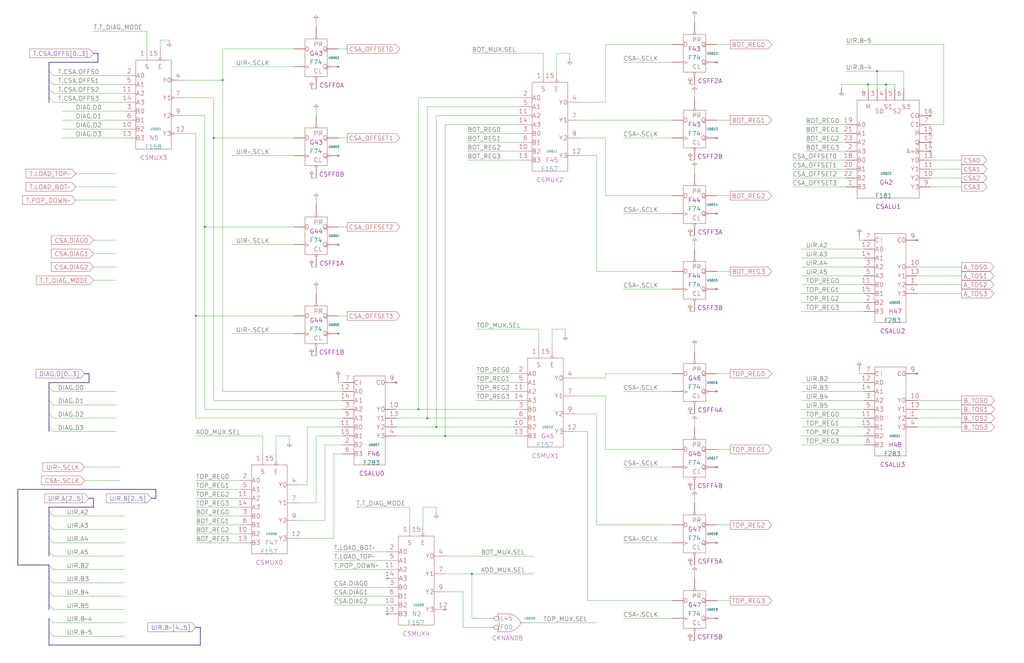
<source format=kicad_sch>
(kicad_sch (version 20211123) (generator eeschema)
  (paper "User" 584.2 378.46)
  (title_block (title "REGISTER FILE CONTROL\\nCSA ADRESS GENERATION") (date "15-MAR-90") (rev "1.0") (comment 1 "TYPE") (comment 2 "232-003062") (comment 3 "S400") (comment 4 "RELEASED"))
  (junction (at 500.38 40.64))
  (junction (at 254 248.92))
  (junction (at 248.92 243.84))
  (junction (at 111.76 180.34))
  (junction (at 495.3 48.26))
  (junction (at 116.84 129.54))
  (junction (at 238.76 233.68))
  (junction (at 243.84 238.76))
  (junction (at 127 45.72))
  (junction (at 121.92 78.74))
  (junction (at 269.24 327.66))
  (junction (at 505.46 48.26))
  (no_connect (at 523.24 137.16))
  (no_connect (at 523.24 213.36))
  (no_connect (at 408.94 35.56))
  (no_connect (at 408.94 78.74))
  (no_connect (at 408.94 121.92))
  (no_connect (at 408.94 165.1))
  (no_connect (at 408.94 223.52))
  (no_connect (at 408.94 266.7))
  (no_connect (at 408.94 309.88))
  (no_connect (at 408.94 353.06))
  (no_connect (at 220.98 330.2))
  (no_connect (at 220.98 350.52))
  (no_connect (at 254 347.98))
  (no_connect (at 530.86 66.04))
  (no_connect (at 530.86 76.2))
  (no_connect (at 530.86 81.28))
  (no_connect (at 530.86 86.36))
  (no_connect (at 193.04 38.1))
  (no_connect (at 193.04 88.9))
  (no_connect (at 193.04 139.7))
  (no_connect (at 193.04 190.5))
  (no_connect (at 226.06 218.44))
  (bus_entry (at 27.94 50.8) (size 2.54 2.54))
  (bus_entry (at 27.94 307.34) (size 2.54 2.54))
  (bus_entry (at 27.94 45.72) (size 2.54 2.54))
  (bus_entry (at 27.94 220.98) (size 2.54 2.54))
  (bus_entry (at 27.94 228.6) (size 2.54 2.54))
  (bus_entry (at 27.94 236.22) (size 2.54 2.54))
  (bus_entry (at 27.94 243.84) (size 2.54 2.54))
  (bus_entry (at 27.94 55.88) (size 2.54 2.54))
  (bus_entry (at 27.94 40.64) (size 2.54 2.54))
  (bus_entry (at 27.94 330.2) (size 2.54 2.54))
  (bus_entry (at 27.94 292.1) (size 2.54 2.54))
  (bus_entry (at 27.94 322.58) (size 2.54 2.54))
  (bus_entry (at 27.94 314.96) (size 2.54 2.54))
  (bus_entry (at 27.94 353.06) (size 2.54 2.54))
  (bus_entry (at 27.94 360.68) (size 2.54 2.54))
  (bus_entry (at 27.94 345.44) (size 2.54 2.54))
  (bus_entry (at 27.94 299.72) (size 2.54 2.54))
  (bus_entry (at 27.94 337.82) (size 2.54 2.54))
  (wire (pts (xy 121.92 78.74) (xy 167.64 78.74)))
  (wire (pts (xy 30.48 317.5) (xy 71.12 317.5)))
  (wire (pts (xy 104.14 55.88) (xy 121.92 55.88)))
  (wire (pts (xy 121.92 55.88) (xy 121.92 78.74)))
  (wire (pts (xy 132.08 190.5) (xy 167.64 190.5)))
  (wire (pts (xy 330.2 68.58) (xy 383.54 68.58)))
  (wire (pts (xy 345.44 25.4) (xy 345.44 58.42)))
  (wire (pts (xy 345.44 58.42) (xy 330.2 58.42)))
  (wire (pts (xy 383.54 25.4) (xy 345.44 25.4)))
  (wire (pts (xy 457.2 228.6) (xy 492.76 228.6)))
  (wire (pts (xy 30.48 363.22) (xy 71.12 363.22)))
  (wire (pts (xy 355.6 35.56) (xy 383.54 35.56)))
  (wire (pts (xy 355.6 353.06) (xy 383.54 353.06)))
  (wire (pts (xy 530.86 101.6) (xy 548.64 101.6)))
  (wire (pts (xy 457.2 238.76) (xy 492.76 238.76)))
  (wire (pts (xy 500.38 40.64) (xy 500.38 50.8)))
  (wire (pts (xy 226.06 238.76) (xy 243.84 238.76)))
  (wire (pts (xy 243.84 238.76) (xy 294.64 238.76)))
  (wire (pts (xy 30.48 53.34) (xy 71.12 53.34)))
  (wire (pts (xy 490.22 210.82) (xy 490.22 213.36)))
  (wire (pts (xy 490.22 213.36) (xy 492.76 213.36)))
  (bus (pts (xy 27.94 307.34) (xy 27.94 314.96)))
  (bus (pts (xy 27.94 228.6) (xy 27.94 236.22)))
  (wire (pts (xy 30.48 355.6) (xy 71.12 355.6)))
  (wire (pts (xy 193.04 218.44) (xy 193.04 215.9)))
  (wire (pts (xy 195.58 218.44) (xy 193.04 218.44)))
  (wire (pts (xy 523.24 162.56) (xy 548.64 162.56)))
  (wire (pts (xy 48.26 266.7) (xy 68.58 266.7)))
  (wire (pts (xy 180.34 63.5) (xy 180.34 66.04)))
  (wire (pts (xy 83.82 17.78) (xy 53.34 17.78)))
  (wire (pts (xy 83.82 27.94) (xy 83.82 17.78)))
  (wire (pts (xy 91.44 22.86) (xy 96.52 22.86)))
  (wire (pts (xy 91.44 27.94) (xy 91.44 22.86)))
  (wire (pts (xy 530.86 91.44) (xy 548.64 91.44)))
  (wire (pts (xy 35.56 68.58) (xy 71.12 68.58)))
  (wire (pts (xy 248.92 66.04) (xy 248.92 243.84)))
  (wire (pts (xy 297.18 66.04) (xy 248.92 66.04)))
  (wire (pts (xy 457.2 233.68) (xy 492.76 233.68)))
  (wire (pts (xy 396.24 198.12) (xy 396.24 200.66)))
  (wire (pts (xy 48.26 274.32) (xy 68.58 274.32)))
  (wire (pts (xy 408.94 68.58) (xy 416.56 68.58)))
  (wire (pts (xy 30.48 43.18) (xy 71.12 43.18)))
  (wire (pts (xy 190.5 345.44) (xy 220.98 345.44)))
  (wire (pts (xy 175.26 243.84) (xy 175.26 276.86)))
  (wire (pts (xy 175.26 276.86) (xy 170.18 276.86)))
  (wire (pts (xy 195.58 243.84) (xy 175.26 243.84)))
  (wire (pts (xy 190.5 314.96) (xy 220.98 314.96)))
  (wire (pts (xy 459.74 81.28) (xy 482.6 81.28)))
  (wire (pts (xy 177.8 203.2) (xy 180.34 203.2)))
  (wire (pts (xy 396.24 241.3) (xy 396.24 243.84)))
  (wire (pts (xy 480.06 48.26) (xy 495.3 48.26)))
  (wire (pts (xy 480.06 50.8) (xy 480.06 48.26)))
  (wire (pts (xy 495.3 48.26) (xy 505.46 48.26)))
  (wire (pts (xy 505.46 48.26) (xy 510.54 48.26)))
  (wire (pts (xy 510.54 48.26) (xy 510.54 50.8)))
  (wire (pts (xy 53.34 152.4) (xy 66.04 152.4)))
  (bus (pts (xy 27.94 55.88) (xy 27.94 58.42)))
  (wire (pts (xy 243.84 60.96) (xy 297.18 60.96)))
  (wire (pts (xy 243.84 238.76) (xy 243.84 60.96)))
  (wire (pts (xy 457.2 152.4) (xy 492.76 152.4)))
  (wire (pts (xy 523.24 152.4) (xy 548.64 152.4)))
  (wire (pts (xy 482.6 25.4) (xy 538.48 25.4)))
  (wire (pts (xy 538.48 25.4) (xy 538.48 71.12)))
  (wire (pts (xy 538.48 71.12) (xy 530.86 71.12)))
  (wire (pts (xy 523.24 238.76) (xy 548.64 238.76)))
  (wire (pts (xy 111.76 309.88) (xy 137.16 309.88)))
  (bus (pts (xy 27.94 243.84) (xy 27.94 246.38)))
  (wire (pts (xy 190.5 340.36) (xy 220.98 340.36)))
  (wire (pts (xy 530.86 106.68) (xy 548.64 106.68)))
  (wire (pts (xy 30.48 48.26) (xy 71.12 48.26)))
  (bus (pts (xy 27.94 330.2) (xy 27.94 337.82)))
  (wire (pts (xy 111.76 274.32) (xy 137.16 274.32)))
  (bus (pts (xy 27.94 337.82) (xy 27.94 345.44)))
  (wire (pts (xy 314.96 187.96) (xy 322.58 187.96)))
  (wire (pts (xy 254 327.66) (xy 269.24 327.66)))
  (wire (pts (xy 269.24 327.66) (xy 304.8 327.66)))
  (bus (pts (xy 10.16 279.4) (xy 10.16 322.58)))
  (bus (pts (xy 10.16 322.58) (xy 27.94 322.58)))
  (bus (pts (xy 27.94 322.58) (xy 27.94 330.2)))
  (bus (pts (xy 86.36 284.48) (xy 88.9 284.48)))
  (bus (pts (xy 88.9 279.4) (xy 10.16 279.4)))
  (bus (pts (xy 88.9 284.48) (xy 88.9 279.4)))
  (wire (pts (xy 396.24 327.66) (xy 396.24 330.2)))
  (wire (pts (xy 35.56 78.74) (xy 71.12 78.74)))
  (wire (pts (xy 459.74 71.12) (xy 482.6 71.12)))
  (wire (pts (xy 30.48 332.74) (xy 71.12 332.74)))
  (wire (pts (xy 266.7 81.28) (xy 297.18 81.28)))
  (wire (pts (xy 127 223.52) (xy 127 45.72)))
  (wire (pts (xy 195.58 223.52) (xy 127 223.52)))
  (wire (pts (xy 271.78 228.6) (xy 294.64 228.6)))
  (wire (pts (xy 393.7 134.62) (xy 396.24 134.62)))
  (wire (pts (xy 340.36 236.22) (xy 327.66 236.22)))
  (wire (pts (xy 340.36 299.72) (xy 340.36 236.22)))
  (wire (pts (xy 383.54 299.72) (xy 340.36 299.72)))
  (wire (pts (xy 264.16 337.82) (xy 254 337.82)))
  (wire (pts (xy 264.16 358.14) (xy 264.16 337.82)))
  (wire (pts (xy 279.4 358.14) (xy 264.16 358.14)))
  (wire (pts (xy 177.8 101.6) (xy 180.34 101.6)))
  (wire (pts (xy 408.94 111.76) (xy 416.56 111.76)))
  (wire (pts (xy 43.18 114.3) (xy 66.04 114.3)))
  (wire (pts (xy 396.24 284.48) (xy 396.24 287.02)))
  (wire (pts (xy 30.48 246.38) (xy 66.04 246.38)))
  (wire (pts (xy 408.94 154.94) (xy 416.56 154.94)))
  (wire (pts (xy 193.04 78.74) (xy 198.12 78.74)))
  (wire (pts (xy 457.2 243.84) (xy 492.76 243.84)))
  (wire (pts (xy 132.08 38.1) (xy 167.64 38.1)))
  (wire (pts (xy 459.74 76.2) (xy 482.6 76.2)))
  (wire (pts (xy 35.56 63.5) (xy 71.12 63.5)))
  (wire (pts (xy 302.26 355.6) (xy 340.36 355.6)))
  (wire (pts (xy 317.5 40.64) (xy 317.5 30.48)))
  (wire (pts (xy 30.48 309.88) (xy 71.12 309.88)))
  (wire (pts (xy 254 317.5) (xy 304.8 317.5)))
  (wire (pts (xy 111.76 279.4) (xy 137.16 279.4)))
  (wire (pts (xy 180.34 114.3) (xy 180.34 116.84)))
  (bus (pts (xy 27.94 236.22) (xy 27.94 243.84)))
  (wire (pts (xy 523.24 228.6) (xy 548.64 228.6)))
  (wire (pts (xy 396.24 139.7) (xy 396.24 142.24)))
  (bus (pts (xy 27.94 35.56) (xy 27.94 40.64)))
  (bus (pts (xy 53.34 30.48) (xy 55.88 30.48)))
  (bus (pts (xy 55.88 30.48) (xy 55.88 35.56)))
  (bus (pts (xy 55.88 35.56) (xy 27.94 35.56)))
  (wire (pts (xy 43.18 106.68) (xy 66.04 106.68)))
  (wire (pts (xy 266.7 86.36) (xy 297.18 86.36)))
  (wire (pts (xy 457.2 157.48) (xy 492.76 157.48)))
  (wire (pts (xy 190.5 335.28) (xy 220.98 335.28)))
  (wire (pts (xy 104.14 76.2) (xy 111.76 76.2)))
  (wire (pts (xy 111.76 76.2) (xy 111.76 180.34)))
  (wire (pts (xy 111.76 238.76) (xy 111.76 180.34)))
  (wire (pts (xy 195.58 238.76) (xy 111.76 238.76)))
  (wire (pts (xy 355.6 121.92) (xy 383.54 121.92)))
  (wire (pts (xy 104.14 66.04) (xy 116.84 66.04)))
  (wire (pts (xy 116.84 66.04) (xy 116.84 129.54)))
  (wire (pts (xy 30.48 231.14) (xy 66.04 231.14)))
  (wire (pts (xy 190.5 320.04) (xy 220.98 320.04)))
  (wire (pts (xy 355.6 223.52) (xy 383.54 223.52)))
  (wire (pts (xy 452.12 91.44) (xy 482.6 91.44)))
  (wire (pts (xy 393.7 236.22) (xy 396.24 236.22)))
  (wire (pts (xy 121.92 228.6) (xy 121.92 78.74)))
  (wire (pts (xy 195.58 228.6) (xy 121.92 228.6)))
  (wire (pts (xy 408.94 342.9) (xy 416.56 342.9)))
  (wire (pts (xy 459.74 86.36) (xy 482.6 86.36)))
  (wire (pts (xy 104.14 45.72) (xy 127 45.72)))
  (wire (pts (xy 127 45.72) (xy 127 27.94)))
  (wire (pts (xy 269.24 30.48) (xy 309.88 30.48)))
  (wire (pts (xy 309.88 30.48) (xy 309.88 40.64)))
  (wire (pts (xy 177.8 50.8) (xy 180.34 50.8)))
  (wire (pts (xy 30.48 238.76) (xy 66.04 238.76)))
  (wire (pts (xy 111.76 180.34) (xy 167.64 180.34)))
  (wire (pts (xy 111.76 299.72) (xy 137.16 299.72)))
  (wire (pts (xy 396.24 96.52) (xy 396.24 99.06)))
  (wire (pts (xy 495.3 48.26) (xy 495.3 50.8)))
  (wire (pts (xy 345.44 213.36) (xy 345.44 215.9)))
  (wire (pts (xy 345.44 215.9) (xy 327.66 215.9)))
  (wire (pts (xy 383.54 213.36) (xy 345.44 213.36)))
  (wire (pts (xy 111.76 304.8) (xy 137.16 304.8)))
  (wire (pts (xy 314.96 198.12) (xy 314.96 187.96)))
  (wire (pts (xy 271.78 218.44) (xy 294.64 218.44)))
  (wire (pts (xy 132.08 88.9) (xy 167.64 88.9)))
  (bus (pts (xy 27.94 40.64) (xy 27.94 45.72)))
  (wire (pts (xy 226.06 233.68) (xy 238.76 233.68)))
  (wire (pts (xy 238.76 233.68) (xy 294.64 233.68)))
  (wire (pts (xy 132.08 139.7) (xy 167.64 139.7)))
  (wire (pts (xy 185.42 254) (xy 185.42 297.18)))
  (wire (pts (xy 185.42 297.18) (xy 170.18 297.18)))
  (wire (pts (xy 195.58 254) (xy 185.42 254)))
  (wire (pts (xy 393.7 91.44) (xy 396.24 91.44)))
  (wire (pts (xy 116.84 129.54) (xy 167.64 129.54)))
  (bus (pts (xy 27.94 45.72) (xy 27.94 50.8)))
  (wire (pts (xy 190.5 325.12) (xy 220.98 325.12)))
  (wire (pts (xy 457.2 177.8) (xy 492.76 177.8)))
  (wire (pts (xy 53.34 160.02) (xy 66.04 160.02)))
  (wire (pts (xy 35.56 73.66) (xy 71.12 73.66)))
  (wire (pts (xy 30.48 340.36) (xy 71.12 340.36)))
  (wire (pts (xy 111.76 294.64) (xy 137.16 294.64)))
  (wire (pts (xy 266.7 76.2) (xy 297.18 76.2)))
  (bus (pts (xy 27.94 314.96) (xy 27.94 317.5)))
  (wire (pts (xy 322.58 187.96) (xy 322.58 190.5)))
  (wire (pts (xy 396.24 10.16) (xy 396.24 12.7)))
  (wire (pts (xy 269.24 353.06) (xy 269.24 327.66)))
  (wire (pts (xy 279.4 353.06) (xy 269.24 353.06)))
  (bus (pts (xy 27.94 353.06) (xy 27.94 360.68)))
  (bus (pts (xy 111.76 358.14) (xy 114.3 358.14)))
  (bus (pts (xy 114.3 358.14) (xy 114.3 368.3)))
  (bus (pts (xy 114.3 368.3) (xy 27.94 368.3)))
  (wire (pts (xy 457.2 172.72) (xy 492.76 172.72)))
  (wire (pts (xy 193.04 27.94) (xy 198.12 27.94)))
  (wire (pts (xy 226.06 248.92) (xy 254 248.92)))
  (wire (pts (xy 254 248.92) (xy 294.64 248.92)))
  (wire (pts (xy 457.2 167.64) (xy 492.76 167.64)))
  (wire (pts (xy 482.6 40.64) (xy 500.38 40.64)))
  (wire (pts (xy 500.38 40.64) (xy 515.62 40.64)))
  (wire (pts (xy 515.62 40.64) (xy 515.62 50.8)))
  (wire (pts (xy 393.7 322.58) (xy 396.24 322.58)))
  (wire (pts (xy 490.22 134.62) (xy 490.22 137.16)))
  (wire (pts (xy 490.22 137.16) (xy 492.76 137.16)))
  (wire (pts (xy 111.76 284.48) (xy 137.16 284.48)))
  (wire (pts (xy 457.2 147.32) (xy 492.76 147.32)))
  (wire (pts (xy 127 27.94) (xy 167.64 27.94)))
  (wire (pts (xy 355.6 165.1) (xy 383.54 165.1)))
  (wire (pts (xy 271.78 223.52) (xy 294.64 223.52)))
  (wire (pts (xy 355.6 266.7) (xy 383.54 266.7)))
  (wire (pts (xy 452.12 96.52) (xy 482.6 96.52)))
  (wire (pts (xy 340.36 88.9) (xy 330.2 88.9)))
  (wire (pts (xy 340.36 154.94) (xy 340.36 88.9)))
  (wire (pts (xy 383.54 154.94) (xy 340.36 154.94)))
  (wire (pts (xy 408.94 299.72) (xy 416.56 299.72)))
  (wire (pts (xy 116.84 233.68) (xy 116.84 129.54)))
  (wire (pts (xy 195.58 233.68) (xy 116.84 233.68)))
  (bus (pts (xy 27.94 220.98) (xy 27.94 228.6)))
  (wire (pts (xy 111.76 289.56) (xy 137.16 289.56)))
  (bus (pts (xy 27.94 292.1) (xy 27.94 299.72)))
  (wire (pts (xy 238.76 55.88) (xy 238.76 233.68)))
  (wire (pts (xy 297.18 55.88) (xy 238.76 55.88)))
  (wire (pts (xy 53.34 137.16) (xy 66.04 137.16)))
  (wire (pts (xy 396.24 53.34) (xy 396.24 55.88)))
  (wire (pts (xy 330.2 78.74) (xy 345.44 78.74)))
  (wire (pts (xy 345.44 111.76) (xy 345.44 78.74)))
  (wire (pts (xy 383.54 111.76) (xy 345.44 111.76)))
  (bus (pts (xy 27.94 345.44) (xy 27.94 347.98)))
  (wire (pts (xy 241.3 289.56) (xy 248.92 289.56)))
  (wire (pts (xy 241.3 299.72) (xy 241.3 289.56)))
  (wire (pts (xy 248.92 289.56) (xy 248.92 292.1)))
  (wire (pts (xy 271.78 213.36) (xy 294.64 213.36)))
  (wire (pts (xy 523.24 167.64) (xy 548.64 167.64)))
  (wire (pts (xy 505.46 48.26) (xy 505.46 50.8)))
  (wire (pts (xy 393.7 365.76) (xy 396.24 365.76)))
  (wire (pts (xy 457.2 162.56) (xy 492.76 162.56)))
  (wire (pts (xy 393.7 177.8) (xy 396.24 177.8)))
  (wire (pts (xy 335.28 246.38) (xy 327.66 246.38)))
  (wire (pts (xy 335.28 342.9) (xy 335.28 246.38)))
  (wire (pts (xy 383.54 342.9) (xy 335.28 342.9)))
  (wire (pts (xy 325.12 30.48) (xy 325.12 33.02)))
  (wire (pts (xy 30.48 302.26) (xy 71.12 302.26)))
  (wire (pts (xy 355.6 309.88) (xy 383.54 309.88)))
  (wire (pts (xy 193.04 180.34) (xy 198.12 180.34)))
  (wire (pts (xy 457.2 218.44) (xy 492.76 218.44)))
  (wire (pts (xy 30.48 294.64) (xy 71.12 294.64)))
  (wire (pts (xy 254 71.12) (xy 297.18 71.12)))
  (wire (pts (xy 254 248.92) (xy 254 71.12)))
  (wire (pts (xy 457.2 248.92) (xy 492.76 248.92)))
  (wire (pts (xy 523.24 233.68) (xy 548.64 233.68)))
  (wire (pts (xy 457.2 223.52) (xy 492.76 223.52)))
  (bus (pts (xy 27.94 50.8) (xy 27.94 55.88)))
  (bus (pts (xy 27.94 299.72) (xy 27.94 307.34)))
  (wire (pts (xy 149.86 248.92) (xy 111.76 248.92)))
  (wire (pts (xy 149.86 259.08) (xy 149.86 248.92)))
  (wire (pts (xy 452.12 106.68) (xy 482.6 106.68)))
  (wire (pts (xy 523.24 157.48) (xy 548.64 157.48)))
  (wire (pts (xy 43.18 99.06) (xy 66.04 99.06)))
  (wire (pts (xy 180.34 248.92) (xy 180.34 287.02)))
  (wire (pts (xy 180.34 287.02) (xy 170.18 287.02)))
  (wire (pts (xy 195.58 248.92) (xy 180.34 248.92)))
  (wire (pts (xy 355.6 78.74) (xy 383.54 78.74)))
  (wire (pts (xy 408.94 256.54) (xy 416.56 256.54)))
  (wire (pts (xy 226.06 243.84) (xy 248.92 243.84)))
  (wire (pts (xy 248.92 243.84) (xy 294.64 243.84)))
  (wire (pts (xy 180.34 12.7) (xy 180.34 15.24)))
  (wire (pts (xy 452.12 101.6) (xy 482.6 101.6)))
  (wire (pts (xy 30.48 325.12) (xy 71.12 325.12)))
  (wire (pts (xy 408.94 25.4) (xy 416.56 25.4)))
  (wire (pts (xy 30.48 223.52) (xy 66.04 223.52)))
  (wire (pts (xy 177.8 152.4) (xy 180.34 152.4)))
  (wire (pts (xy 530.86 96.52) (xy 548.64 96.52)))
  (wire (pts (xy 193.04 129.54) (xy 198.12 129.54)))
  (wire (pts (xy 190.5 259.08) (xy 190.5 307.34)))
  (wire (pts (xy 190.5 307.34) (xy 170.18 307.34)))
  (wire (pts (xy 195.58 259.08) (xy 190.5 259.08)))
  (wire (pts (xy 53.34 144.78) (xy 66.04 144.78)))
  (wire (pts (xy 30.48 347.98) (xy 71.12 347.98)))
  (bus (pts (xy 27.94 360.68) (xy 27.94 368.3)))
  (bus (pts (xy 27.94 218.44) (xy 27.94 220.98)))
  (bus (pts (xy 48.26 213.36) (xy 50.8 213.36)))
  (bus (pts (xy 50.8 213.36) (xy 50.8 218.44)))
  (bus (pts (xy 50.8 218.44) (xy 27.94 218.44)))
  (wire (pts (xy 345.44 226.06) (xy 327.66 226.06)))
  (wire (pts (xy 345.44 256.54) (xy 345.44 226.06)))
  (wire (pts (xy 383.54 256.54) (xy 345.44 256.54)))
  (wire (pts (xy 457.2 142.24) (xy 492.76 142.24)))
  (wire (pts (xy 408.94 213.36) (xy 416.56 213.36)))
  (wire (pts (xy 393.7 48.26) (xy 396.24 48.26)))
  (wire (pts (xy 523.24 243.84) (xy 548.64 243.84)))
  (wire (pts (xy 457.2 254) (xy 492.76 254)))
  (wire (pts (xy 266.7 91.44) (xy 297.18 91.44)))
  (wire (pts (xy 157.48 248.92) (xy 165.1 248.92)))
  (wire (pts (xy 157.48 259.08) (xy 157.48 248.92)))
  (wire (pts (xy 165.1 248.92) (xy 165.1 251.46)))
  (wire (pts (xy 180.34 165.1) (xy 180.34 167.64)))
  (bus (pts (xy 27.94 289.56) (xy 27.94 292.1)))
  (bus (pts (xy 50.8 284.48) (xy 53.34 284.48)))
  (bus (pts (xy 53.34 284.48) (xy 53.34 289.56)))
  (bus (pts (xy 53.34 289.56) (xy 27.94 289.56)))
  (wire (pts (xy 393.7 279.4) (xy 396.24 279.4)))
  (wire (pts (xy 30.48 58.42) (xy 71.12 58.42)))
  (wire (pts (xy 203.2 289.56) (xy 233.68 289.56)))
  (wire (pts (xy 233.68 289.56) (xy 233.68 299.72)))
  (wire (pts (xy 271.78 187.96) (xy 307.34 187.96)))
  (wire (pts (xy 307.34 187.96) (xy 307.34 198.12)))
  (wire (pts (xy 317.5 30.48) (xy 325.12 30.48)))
  (label "UIR.A2" (at 459.74 142.24 0) (effects (font (size 2.54 2.54))))
  (label "TOP_REG1" (at 459.74 167.64 0) (effects (font (size 2.54 2.54))))
  (label "BOT_REG3" (at 266.7 91.44 0) (effects (font (size 2.54 2.54))))
  (label "BOT_REG1" (at 459.74 76.2 0) (effects (font (size 2.54 2.54))))
  (label "TOP_REG2" (at 459.74 172.72 0) (effects (font (size 2.54 2.54))))
  (label "CSA~.SCLK" (at 355.6 165.1 0) (effects (font (size 2.54 2.54))))
  (label "CSA_OFFSET3" (at 452.12 106.68 0) (effects (font (size 2.54 2.54))))
  (label "BOT_REG1" (at 111.76 299.72 0) (effects (font (size 2.54 2.54))))
  (label "DIAG.D3" (at 33.02 246.38 0) (effects (font (size 2.54 2.54))))
  (label "BOT_REG2" (at 266.7 86.36 0) (effects (font (size 2.54 2.54))))
  (label "T.CSA.OFFS2" (at 33.02 53.34 0) (effects (font (size 2.54 2.54))))
  (label "UIR.A4" (at 38.1 309.88 0) (effects (font (size 2.54 2.54))))
  (label "TOP_REG3" (at 271.78 228.6 0) (effects (font (size 2.54 2.54))))
  (label "TOP_REG3" (at 111.76 289.56 0) (effects (font (size 2.54 2.54))))
  (label "CSA~.SCLK" (at 355.6 223.52 0) (effects (font (size 2.54 2.54))))
  (label "T.T_DIAG_MODE" (at 53.34 17.78 0) (effects (font (size 2.54 2.54))))
  (label "CSA~.SCLK" (at 355.6 121.92 0) (effects (font (size 2.54 2.54))))
  (label "UIR.B3" (at 459.74 223.52 0) (effects (font (size 2.54 2.54))))
  (label "T.LOAD_BOT~" (at 190.5 314.96 0) (effects (font (size 2.54 2.54))))
  (label "UIR.B5" (at 38.1 347.98 0) (effects (font (size 2.54 2.54))))
  (label "BOT_MUX.SEL" (at 274.32 317.5 0) (effects (font (size 2.54 2.54))))
  (label "UIR.A2" (at 38.1 294.64 0) (effects (font (size 2.54 2.54))))
  (label "TOP_REG2" (at 271.78 223.52 0) (effects (font (size 2.54 2.54))))
  (label "BOT_MUX.SEL" (at 269.24 30.48 0) (effects (font (size 2.54 2.54))))
  (label "TOP_REG0" (at 459.74 238.76 0) (effects (font (size 2.54 2.54))))
  (label "TOP_REG1" (at 459.74 243.84 0) (effects (font (size 2.54 2.54))))
  (label "DIAG.D3" (at 43.18 78.74 0) (effects (font (size 2.54 2.54))))
  (label "T.T_DIAG_MODE" (at 203.2 289.56 0) (effects (font (size 2.54 2.54))))
  (label "CSA~.SCLK" (at 355.6 309.88 0) (effects (font (size 2.54 2.54))))
  (label "UIR.B~4" (at 482.6 40.64 0) (effects (font (size 2.54 2.54))))
  (label "DIAG.D0" (at 43.18 63.5 0) (effects (font (size 2.54 2.54))))
  (label "UIR.B4" (at 38.1 340.36 0) (effects (font (size 2.54 2.54))))
  (label "BOT_REG0" (at 111.76 294.64 0) (effects (font (size 2.54 2.54))))
  (label "UIR.A5" (at 38.1 317.5 0) (effects (font (size 2.54 2.54))))
  (label "BOT_REG0" (at 266.7 76.2 0) (effects (font (size 2.54 2.54))))
  (label "T.CSA.OFFS3" (at 33.02 58.42 0) (effects (font (size 2.54 2.54))))
  (label "TOP_MUX.SEL" (at 271.78 187.96 0) (effects (font (size 2.54 2.54))))
  (label "BOT_REG2" (at 459.74 81.28 0) (effects (font (size 2.54 2.54))))
  (label "TOP_REG0" (at 459.74 162.56 0) (effects (font (size 2.54 2.54))))
  (label "CSA_OFFSET2" (at 452.12 101.6 0) (effects (font (size 2.54 2.54))))
  (label "UIR.A5" (at 459.74 157.48 0) (effects (font (size 2.54 2.54))))
  (label "UIR.B5" (at 459.74 233.68 0) (effects (font (size 2.54 2.54))))
  (label "TOP_MUX.SEL" (at 309.88 355.6 0) (effects (font (size 2.54 2.54))))
  (label "UIR~.SCLK" (at 134.62 88.9 0) (effects (font (size 2.54 2.54))))
  (label "BOT_REG0" (at 459.74 71.12 0) (effects (font (size 2.54 2.54))))
  (label "CSA~.SCLK" (at 355.6 266.7 0) (effects (font (size 2.54 2.54))))
  (label "UIR.B3" (at 38.1 332.74 0) (effects (font (size 2.54 2.54))))
  (label "UIR.A3" (at 459.74 147.32 0) (effects (font (size 2.54 2.54))))
  (label "TOP_REG1" (at 271.78 218.44 0) (effects (font (size 2.54 2.54))))
  (label "DIAG.D2" (at 33.02 238.76 0) (effects (font (size 2.54 2.54))))
  (label "UIR.B4" (at 459.74 228.6 0) (effects (font (size 2.54 2.54))))
  (label "CSA.DIAG2" (at 190.5 345.44 0) (effects (font (size 2.54 2.54))))
  (label "TOP_REG0" (at 271.78 213.36 0) (effects (font (size 2.54 2.54))))
  (label "UIR~.SCLK" (at 134.62 38.1 0) (effects (font (size 2.54 2.54))))
  (label "UIR.A3" (at 38.1 302.26 0) (effects (font (size 2.54 2.54))))
  (label "TOP_REG2" (at 111.76 284.48 0) (effects (font (size 2.54 2.54))))
  (label "CSA_OFFSET0" (at 452.12 91.44 0) (effects (font (size 2.54 2.54))))
  (label "T.LOAD_TOP~" (at 190.5 320.04 0) (effects (font (size 2.54 2.54))))
  (label "TOP_REG3" (at 459.74 177.8 0) (effects (font (size 2.54 2.54))))
  (label "CSA~.SCLK" (at 355.6 353.06 0) (effects (font (size 2.54 2.54))))
  (label "BOT_REG3" (at 459.74 86.36 0) (effects (font (size 2.54 2.54))))
  (label "DIAG.D2" (at 43.18 73.66 0) (effects (font (size 2.54 2.54))))
  (label "BOT_REG1" (at 266.7 81.28 0) (effects (font (size 2.54 2.54))))
  (label "UIR~.SCLK" (at 134.62 139.7 0) (effects (font (size 2.54 2.54))))
  (label "TOP_REG3" (at 459.74 254 0) (effects (font (size 2.54 2.54))))
  (label "BOT_REG3" (at 111.76 309.88 0) (effects (font (size 2.54 2.54))))
  (label "CSA~.SCLK" (at 355.6 35.56 0) (effects (font (size 2.54 2.54))))
  (label "T.CSA.OFFS0" (at 33.02 43.18 0) (effects (font (size 2.54 2.54))))
  (label "UIR.A4" (at 459.74 152.4 0) (effects (font (size 2.54 2.54))))
  (label "UIR.B~4" (at 38.1 355.6 0) (effects (font (size 2.54 2.54))))
  (label "TOP_REG1" (at 111.76 279.4 0) (effects (font (size 2.54 2.54))))
  (label "ADD_MUX.SEL" (at 111.76 248.92 0) (effects (font (size 2.54 2.54))))
  (label "UIR.B2" (at 459.74 218.44 0) (effects (font (size 2.54 2.54))))
  (label "UIR.B~5" (at 482.6 25.4 0) (effects (font (size 2.54 2.54))))
  (label "TOP_REG2" (at 459.74 248.92 0) (effects (font (size 2.54 2.54))))
  (label "ADD_MUX.SEL" (at 274.32 327.66 0) (effects (font (size 2.54 2.54))))
  (label "T.CSA.OFFS1" (at 33.02 48.26 0) (effects (font (size 2.54 2.54))))
  (label "UIR.B~5" (at 38.1 363.22 0) (effects (font (size 2.54 2.54))))
  (label "DIAG.D1" (at 43.18 68.58 0) (effects (font (size 2.54 2.54))))
  (label "CSA_OFFSET1" (at 452.12 96.52 0) (effects (font (size 2.54 2.54))))
  (label "DIAG.D0" (at 33.02 223.52 0) (effects (font (size 2.54 2.54))))
  (label "DIAG.D1" (at 33.02 231.14 0) (effects (font (size 2.54 2.54))))
  (label "UIR.B2" (at 38.1 325.12 0) (effects (font (size 2.54 2.54))))
  (label "T.POP_DOWN~" (at 190.5 325.12 0) (effects (font (size 2.54 2.54))))
  (label "UIR~.SCLK" (at 134.62 190.5 0) (effects (font (size 2.54 2.54))))
  (label "CSA.DIAG0" (at 190.5 335.28 0) (effects (font (size 2.54 2.54))))
  (label "TOP_REG0" (at 111.76 274.32 0) (effects (font (size 2.54 2.54))))
  (label "CSA~.SCLK" (at 355.6 78.74 0) (effects (font (size 2.54 2.54))))
  (label "BOT_REG2" (at 111.76 304.8 0) (effects (font (size 2.54 2.54))))
  (label "CSA.DIAG1" (at 190.5 340.36 0) (effects (font (size 2.54 2.54))))
  (global_label "CSA_OFFSET1" (shape output) (at 198.12 78.74 0) (effects (font (size 2.54 2.54))) (property "Intersheet References" "${INTERSHEET_REFS}" (at 228.1041 78.5813 0) (effects (font (size 2.54 2.54)) (justify left))))
  (global_label "CSA_OFFSET3" (shape output) (at 198.12 180.34 0) (effects (font (size 2.54 2.54))) (property "Intersheet References" "${INTERSHEET_REFS}" (at 228.1041 180.1813 0) (effects (font (size 2.54 2.54)) (justify left))))
  (global_label "UIR.A[2..5]" (shape input) (at 50.8 284.48 180) (effects (font (size 2.54 2.54))) (property "Intersheet References" "${INTERSHEET_REFS}" (at 25.533 284.3213 0) (effects (font (size 2.54 2.54)) (justify right))))
  (global_label "TOP_REG0" (shape output) (at 416.56 213.36 0) (effects (font (size 2.54 2.54))) (property "Intersheet References" "${INTERSHEET_REFS}" (at 440.2546 213.2013 0) (effects (font (size 2.54 2.54)) (justify left))))
  (global_label "TOP_REG2" (shape output) (at 416.56 299.72 0) (effects (font (size 2.54 2.54))) (property "Intersheet References" "${INTERSHEET_REFS}" (at 440.2546 299.5613 0) (effects (font (size 2.54 2.54)) (justify left))))
  (global_label "CSA3" (shape output) (at 548.64 106.68 0) (effects (font (size 2.54 2.54))) (property "Intersheet References" "${INTERSHEET_REFS}" (at 563.0212 106.5213 0) (effects (font (size 2.54 2.54)) (justify left))))
  (global_label "BOT_REG2" (shape output) (at 416.56 111.76 0) (effects (font (size 2.54 2.54))) (property "Intersheet References" "${INTERSHEET_REFS}" (at 440.2546 111.6013 0) (effects (font (size 2.54 2.54)) (justify left))))
  (global_label "BOT_REG3" (shape output) (at 416.56 154.94 0) (effects (font (size 2.54 2.54))) (property "Intersheet References" "${INTERSHEET_REFS}" (at 440.2546 154.7813 0) (effects (font (size 2.54 2.54)) (justify left))))
  (global_label "B_TOS0" (shape output) (at 548.64 228.6 0) (effects (font (size 2.54 2.54))) (property "Intersheet References" "${INTERSHEET_REFS}" (at 567.3755 228.4413 0) (effects (font (size 2.54 2.54)) (justify left))))
  (global_label "CSA.DIAG2" (shape input) (at 53.34 152.4 180) (effects (font (size 2.54 2.54))) (property "Intersheet References" "${INTERSHEET_REFS}" (at 29.2826 152.2413 0) (effects (font (size 2.54 2.54)) (justify right))))
  (global_label "T.CSA.OFFS[0..3]" (shape input) (at 53.34 30.48 180) (effects (font (size 2.54 2.54))) (property "Intersheet References" "${INTERSHEET_REFS}" (at 16.9454 30.3213 0) (effects (font (size 2.54 2.54)) (justify right))))
  (global_label "CSA~.SCLK" (shape input) (at 48.26 274.32 180) (effects (font (size 2.54 2.54))) (property "Intersheet References" "${INTERSHEET_REFS}" (at 23.7188 274.1613 0) (effects (font (size 2.54 2.54)) (justify right))))
  (global_label "BOT_REG1" (shape output) (at 416.56 68.58 0) (effects (font (size 2.54 2.54))) (property "Intersheet References" "${INTERSHEET_REFS}" (at 440.2546 68.4213 0) (effects (font (size 2.54 2.54)) (justify left))))
  (global_label "B_TOS2" (shape output) (at 548.64 238.76 0) (effects (font (size 2.54 2.54))) (property "Intersheet References" "${INTERSHEET_REFS}" (at 567.3755 238.6013 0) (effects (font (size 2.54 2.54)) (justify left))))
  (global_label "CSA0" (shape output) (at 548.64 91.44 0) (effects (font (size 2.54 2.54))) (property "Intersheet References" "${INTERSHEET_REFS}" (at 563.0212 91.2813 0) (effects (font (size 2.54 2.54)) (justify left))))
  (global_label "BOT_REG0" (shape output) (at 416.56 25.4 0) (effects (font (size 2.54 2.54))) (property "Intersheet References" "${INTERSHEET_REFS}" (at 440.2546 25.2413 0) (effects (font (size 2.54 2.54)) (justify left))))
  (global_label "TOP_REG3" (shape output) (at 416.56 342.9 0) (effects (font (size 2.54 2.54))) (property "Intersheet References" "${INTERSHEET_REFS}" (at 440.2546 342.7413 0) (effects (font (size 2.54 2.54)) (justify left))))
  (global_label "UIR~.SCLK" (shape input) (at 48.26 266.7 180) (effects (font (size 2.54 2.54))) (property "Intersheet References" "${INTERSHEET_REFS}" (at 18.2759 266.5413 0) (effects (font (size 2.54 2.54)) (justify right))))
  (global_label "UIR.B~[4..5]" (shape input) (at 111.76 358.14 180) (effects (font (size 2.54 2.54))) (property "Intersheet References" "${INTERSHEET_REFS}" (at 84.3159 357.9813 0) (effects (font (size 2.54 2.54)) (justify right))))
  (global_label "DIAG.D[0..3]" (shape input) (at 48.26 213.36 180) (effects (font (size 2.54 2.54))) (property "Intersheet References" "${INTERSHEET_REFS}" (at 20.574 213.2013 0) (effects (font (size 2.54 2.54)) (justify right))))
  (global_label "CSA_OFFSET0" (shape output) (at 198.12 27.94 0) (effects (font (size 2.54 2.54))) (property "Intersheet References" "${INTERSHEET_REFS}" (at 228.1041 27.7813 0) (effects (font (size 2.54 2.54)) (justify left))))
  (global_label "CSA.DIAG0" (shape input) (at 53.34 137.16 180) (effects (font (size 2.54 2.54))) (property "Intersheet References" "${INTERSHEET_REFS}" (at 29.2826 137.0013 0) (effects (font (size 2.54 2.54)) (justify right))))
  (global_label "T.LOAD_TOP~" (shape input) (at 43.18 99.06 180) (effects (font (size 2.54 2.54))) (property "Intersheet References" "${INTERSHEET_REFS}" (at 14.8892 98.9013 0) (effects (font (size 2.54 2.54)) (justify right))))
  (global_label "A_TOS1" (shape output) (at 548.64 157.48 0) (effects (font (size 2.54 2.54))) (property "Intersheet References" "${INTERSHEET_REFS}" (at 567.0127 157.3213 0) (effects (font (size 2.54 2.54)) (justify left))))
  (global_label "CSA1" (shape output) (at 548.64 96.52 0) (effects (font (size 2.54 2.54))) (property "Intersheet References" "${INTERSHEET_REFS}" (at 563.0212 96.3613 0) (effects (font (size 2.54 2.54)) (justify left))))
  (global_label "CSA2" (shape output) (at 548.64 101.6 0) (effects (font (size 2.54 2.54))) (property "Intersheet References" "${INTERSHEET_REFS}" (at 563.0212 101.4413 0) (effects (font (size 2.54 2.54)) (justify left))))
  (global_label "TOP_REG1" (shape output) (at 416.56 256.54 0) (effects (font (size 2.54 2.54))) (property "Intersheet References" "${INTERSHEET_REFS}" (at 440.2546 256.3813 0) (effects (font (size 2.54 2.54)) (justify left))))
  (global_label "T.LOAD_BOT~" (shape input) (at 43.18 106.68 180) (effects (font (size 2.54 2.54))) (property "Intersheet References" "${INTERSHEET_REFS}" (at 14.8892 106.5213 0) (effects (font (size 2.54 2.54)) (justify right))))
  (global_label "UIR.B[2..5]" (shape input) (at 86.36 284.48 180) (effects (font (size 2.54 2.54))) (property "Intersheet References" "${INTERSHEET_REFS}" (at 60.7302 284.3213 0) (effects (font (size 2.54 2.54)) (justify right))))
  (global_label "B_TOS1" (shape output) (at 548.64 233.68 0) (effects (font (size 2.54 2.54))) (property "Intersheet References" "${INTERSHEET_REFS}" (at 567.3755 233.5213 0) (effects (font (size 2.54 2.54)) (justify left))))
  (global_label "CSA_OFFSET2" (shape output) (at 198.12 129.54 0) (effects (font (size 2.54 2.54))) (property "Intersheet References" "${INTERSHEET_REFS}" (at 228.1041 129.3813 0) (effects (font (size 2.54 2.54)) (justify left))))
  (global_label "A_TOS0" (shape output) (at 548.64 152.4 0) (effects (font (size 2.54 2.54))) (property "Intersheet References" "${INTERSHEET_REFS}" (at 567.0127 152.2413 0) (effects (font (size 2.54 2.54)) (justify left))))
  (global_label "A_TOS3" (shape output) (at 548.64 167.64 0) (effects (font (size 2.54 2.54))) (property "Intersheet References" "${INTERSHEET_REFS}" (at 567.0127 167.4813 0) (effects (font (size 2.54 2.54)) (justify left))))
  (global_label "B_TOS3" (shape output) (at 548.64 243.84 0) (effects (font (size 2.54 2.54))) (property "Intersheet References" "${INTERSHEET_REFS}" (at 567.3755 243.6813 0) (effects (font (size 2.54 2.54)) (justify left))))
  (global_label "T.T_DIAG_MODE" (shape input) (at 53.34 160.02 180) (effects (font (size 2.54 2.54))) (property "Intersheet References" "${INTERSHEET_REFS}" (at 21.5416 159.8613 0) (effects (font (size 2.54 2.54)) (justify right))))
  (global_label "A_TOS2" (shape output) (at 548.64 162.56 0) (effects (font (size 2.54 2.54))) (property "Intersheet References" "${INTERSHEET_REFS}" (at 567.0127 162.4013 0) (effects (font (size 2.54 2.54)) (justify left))))
  (global_label "CSA.DIAG1" (shape input) (at 53.34 144.78 180) (effects (font (size 2.54 2.54))) (property "Intersheet References" "${INTERSHEET_REFS}" (at 29.2826 144.6213 0) (effects (font (size 2.54 2.54)) (justify right))))
  (global_label "T.POP_DOWN~" (shape input) (at 43.18 114.3 180) (effects (font (size 2.54 2.54))) (property "Intersheet References" "${INTERSHEET_REFS}" (at 12.954 114.1413 0) (effects (font (size 2.54 2.54)) (justify right))))
  (symbol (lib_id "r1000:PU") (at 393.7 279.4 0) (unit 1)
    (property "Reference" "#PWR05020" (effects hide))
    (property "Value" "PU" (effects hide))
  )
  (symbol (lib_id "r1000:PU") (at 393.7 177.8 0) (unit 1)
    (property "Reference" "#PWR05018" (effects hide))
    (property "Value" "PU" (effects hide))
  )
  (symbol (lib_id "r1000:PU") (at 180.34 12.7 0) (unit 1)
    (property "Reference" "#PWR05006" (effects hide))
    (property "Value" "PU" (effects hide))
  )
  (symbol (lib_id "r1000:PU") (at 396.24 10.16 0) (unit 1)
    (property "Reference" "#PWR05023" (effects hide))
    (property "Value" "PU" (effects hide))
  )
  (symbol (lib_id "r1000:F283") (at 210.82 259.08 0) (unit 1)
    (property "Reference" "U5007" (at 213.36 254 0))
    (property "Value" "F283" (at 207.01 264.16 0) (effects (font (size 2.54 2.54)) (justify left)))
    (property "Location" "F46" (at 209.55 259.08 0) (effects (font (size 2.54 2.54)) (justify left)))
    (property "Name" "CSALU0" (at 212.09 271.78 0) (effects (font (size 2.54 2.54)) (justify bottom)))
  )
  (symbol (lib_id "r1000:F74") (at 177.8 182.88 0) (unit 1)
    (property "Reference" "U5005" (at 190.5 185.42 0))
    (property "Value" "F74" (at 176.53 187.96 0) (effects (font (size 2.54 2.54)) (justify left)))
    (property "Location" "G44" (at 176.53 182.88 0) (effects (font (size 2.54 2.54)) (justify left)))
    (property "Name" "CSFF1B" (at 189.23 202.565 0) (effects (font (size 2.54 2.54)) (justify bottom)))
  )
  (symbol (lib_id "r1000:PU") (at 180.34 165.1 0) (unit 1)
    (property "Reference" "#PWR05009" (effects hide))
    (property "Value" "PU" (effects hide))
  )
  (symbol (lib_id "r1000:PD") (at 480.06 50.8 0) (unit 1) (in_bom no)
    (property "Reference" "#PWR05033" (effects hide))
    (property "Value" "PD" (effects hide))
  )
  (symbol (lib_id "r1000:F157") (at 236.22 350.52 0) (unit 1)
    (property "Reference" "U5008" (at 238.76 345.44 0))
    (property "Value" "F157" (at 232.41 355.6 0) (effects (font (size 2.54 2.54)) (justify left)))
    (property "Location" "N2" (at 234.95 350.52 0) (effects (font (size 2.54 2.54)) (justify left)))
    (property "Name" "CSMUX4" (at 237.49 363.22 0) (effects (font (size 2.54 2.54)) (justify bottom)))
  )
  (symbol (lib_id "r1000:PU") (at 177.8 101.6 0) (unit 1)
    (property "Reference" "#PWR05003" (effects hide))
    (property "Value" "PU" (effects hide))
  )
  (symbol (lib_id "r1000:F181") (at 502.92 104.14 0) (unit 1)
    (property "Reference" "U5022" (at 505.46 99.06 0))
    (property "Value" "F181" (at 499.11 111.76 0) (effects (font (size 2.54 2.54)) (justify left)))
    (property "Location" "G42" (at 501.65 104.14 0) (effects (font (size 2.54 2.54)) (justify left)))
    (property "Name" "CSALU1" (at 506.73 119.38 0) (effects (font (size 2.54 2.54)) (justify bottom)))
  )
  (symbol (lib_id "r1000:PU") (at 393.7 48.26 0) (unit 1)
    (property "Reference" "#PWR05015" (effects hide))
    (property "Value" "PU" (effects hide))
  )
  (symbol (lib_id "r1000:PU") (at 180.34 63.5 0) (unit 1)
    (property "Reference" "#PWR05007" (effects hide))
    (property "Value" "PU" (effects hide))
  )
  (symbol (lib_id "r1000:PU") (at 490.22 134.62 0) (unit 1)
    (property "Reference" "#PWR05031" (effects hide))
    (property "Value" "PU" (effects hide))
  )
  (symbol (lib_id "r1000:PU") (at 396.24 284.48 0) (unit 1)
    (property "Reference" "#PWR05029" (effects hide))
    (property "Value" "PU" (effects hide))
  )
  (symbol (lib_id "r1000:PU") (at 393.7 134.62 0) (unit 1)
    (property "Reference" "#PWR05017" (effects hide))
    (property "Value" "PU" (effects hide))
  )
  (symbol (lib_id "r1000:PD") (at 248.92 292.1 0) (unit 1) (in_bom no)
    (property "Reference" "#PWR05012" (effects hide))
    (property "Value" "PD" (effects hide))
  )
  (symbol (lib_id "r1000:PU") (at 177.8 50.8 0) (unit 1)
    (property "Reference" "#PWR05002" (effects hide))
    (property "Value" "PU" (effects hide))
  )
  (symbol (lib_id "r1000:F74") (at 177.8 81.28 0) (unit 1)
    (property "Reference" "U5003" (at 190.5 83.82 0))
    (property "Value" "F74" (at 176.53 86.36 0) (effects (font (size 2.54 2.54)) (justify left)))
    (property "Location" "G43" (at 176.53 81.28 0) (effects (font (size 2.54 2.54)) (justify left)))
    (property "Name" "CSFF0B" (at 189.23 100.965 0) (effects (font (size 2.54 2.54)) (justify bottom)))
  )
  (symbol (lib_id "r1000:PU") (at 396.24 139.7 0) (unit 1)
    (property "Reference" "#PWR05026" (effects hide))
    (property "Value" "PU" (effects hide))
  )
  (symbol (lib_id "r1000:PD") (at 325.12 33.02 0) (unit 1) (in_bom no)
    (property "Reference" "#PWR05014" (effects hide))
    (property "Value" "PD" (effects hide))
  )
  (symbol (lib_id "r1000:F74") (at 177.8 132.08 0) (unit 1)
    (property "Reference" "U5004" (at 190.5 134.62 0))
    (property "Value" "F74" (at 176.53 137.16 0) (effects (font (size 2.54 2.54)) (justify left)))
    (property "Location" "G44" (at 176.53 132.08 0) (effects (font (size 2.54 2.54)) (justify left)))
    (property "Name" "CSFF1A" (at 189.23 151.765 0) (effects (font (size 2.54 2.54)) (justify bottom)))
  )
  (symbol (lib_id "r1000:PD") (at 96.52 22.86 0) (unit 1) (in_bom no)
    (property "Reference" "#PWR05001" (effects hide))
    (property "Value" "PD" (effects hide))
  )
  (symbol (lib_id "r1000:PU") (at 396.24 327.66 0) (unit 1)
    (property "Reference" "#PWR05030" (effects hide))
    (property "Value" "PU" (effects hide))
  )
  (symbol (lib_id "r1000:F158") (at 86.36 78.74 0) (unit 1)
    (property "Reference" "U5001" (at 88.9 73.66 0))
    (property "Value" "F158" (at 82.55 83.82 0) (effects (font (size 2.54 2.54)) (justify left)))
    (property "Location" "N5" (at 85.09 78.74 0) (effects (font (size 2.54 2.54)) (justify left)))
    (property "Name" "CSMUX3" (at 87.63 91.44 0) (effects (font (size 2.54 2.54)) (justify bottom)))
  )
  (symbol (lib_id "r1000:F74") (at 393.7 345.44 0) (unit 1)
    (property "Reference" "U5019" (at 406.4 347.98 0))
    (property "Value" "F74" (at 392.43 350.52 0) (effects (font (size 2.54 2.54)) (justify left)))
    (property "Location" "G47" (at 392.43 345.44 0) (effects (font (size 2.54 2.54)) (justify left)))
    (property "Name" "CSFF5B" (at 405.13 365.125 0) (effects (font (size 2.54 2.54)) (justify bottom)))
  )
  (symbol (lib_id "r1000:F74") (at 393.7 259.08 0) (unit 1)
    (property "Reference" "U5017" (at 406.4 261.62 0))
    (property "Value" "F74" (at 392.43 264.16 0) (effects (font (size 2.54 2.54)) (justify left)))
    (property "Location" "G46" (at 392.43 259.08 0) (effects (font (size 2.54 2.54)) (justify left)))
    (property "Name" "CSFF4B" (at 405.13 278.765 0) (effects (font (size 2.54 2.54)) (justify bottom)))
  )
  (symbol (lib_id "r1000:PU") (at 396.24 241.3 0) (unit 1)
    (property "Reference" "#PWR05028" (effects hide))
    (property "Value" "PU" (effects hide))
  )
  (symbol (lib_id "r1000:F74") (at 393.7 302.26 0) (unit 1)
    (property "Reference" "U5018" (at 406.4 304.8 0))
    (property "Value" "F74" (at 392.43 307.34 0) (effects (font (size 2.54 2.54)) (justify left)))
    (property "Location" "G47" (at 392.43 302.26 0) (effects (font (size 2.54 2.54)) (justify left)))
    (property "Name" "CSFF5A" (at 405.13 321.945 0) (effects (font (size 2.54 2.54)) (justify bottom)))
  )
  (symbol (lib_id "r1000:PU") (at 393.7 91.44 0) (unit 1)
    (property "Reference" "#PWR05016" (effects hide))
    (property "Value" "PU" (effects hide))
  )
  (symbol (lib_id "r1000:F74") (at 177.8 30.48 0) (unit 1)
    (property "Reference" "U5002" (at 190.5 33.02 0))
    (property "Value" "F74" (at 176.53 35.56 0) (effects (font (size 2.54 2.54)) (justify left)))
    (property "Location" "G43" (at 176.53 30.48 0) (effects (font (size 2.54 2.54)) (justify left)))
    (property "Name" "CSFF0A" (at 189.23 50.165 0) (effects (font (size 2.54 2.54)) (justify bottom)))
  )
  (symbol (lib_id "r1000:PU") (at 490.22 210.82 0) (unit 1)
    (property "Reference" "#PWR05032" (effects hide))
    (property "Value" "PU" (effects hide))
  )
  (symbol (lib_id "r1000:F74") (at 393.7 114.3 0) (unit 1)
    (property "Reference" "U5014" (at 406.4 116.84 0))
    (property "Value" "F74" (at 392.43 119.38 0) (effects (font (size 2.54 2.54)) (justify left)))
    (property "Location" "F44" (at 392.43 114.3 0) (effects (font (size 2.54 2.54)) (justify left)))
    (property "Name" "CSFF3A" (at 405.13 133.985 0) (effects (font (size 2.54 2.54)) (justify bottom)))
  )
  (symbol (lib_id "r1000:F74") (at 393.7 157.48 0) (unit 1)
    (property "Reference" "U5015" (at 406.4 160.02 0))
    (property "Value" "F74" (at 392.43 162.56 0) (effects (font (size 2.54 2.54)) (justify left)))
    (property "Location" "F44" (at 392.43 157.48 0) (effects (font (size 2.54 2.54)) (justify left)))
    (property "Name" "CSFF3B" (at 405.13 177.165 0) (effects (font (size 2.54 2.54)) (justify bottom)))
  )
  (symbol (lib_id "r1000:F157") (at 312.42 91.44 0) (unit 1)
    (property "Reference" "U5011" (at 314.96 86.36 0))
    (property "Value" "F157" (at 308.61 96.52 0) (effects (font (size 2.54 2.54)) (justify left)))
    (property "Location" "F45" (at 311.15 91.44 0) (effects (font (size 2.54 2.54)) (justify left)))
    (property "Name" "CSMUX2" (at 313.69 104.14 0) (effects (font (size 2.54 2.54)) (justify bottom)))
  )
  (symbol (lib_id "r1000:F157") (at 309.88 248.92 0) (unit 1)
    (property "Reference" "U5010" (at 312.42 243.84 0))
    (property "Value" "F157" (at 306.07 254 0) (effects (font (size 2.54 2.54)) (justify left)))
    (property "Location" "G45" (at 308.61 248.92 0) (effects (font (size 2.54 2.54)) (justify left)))
    (property "Name" "CSMUX1" (at 311.15 261.62 0) (effects (font (size 2.54 2.54)) (justify bottom)))
  )
  (symbol (lib_id "r1000:F00") (at 287.02 353.06 0) (unit 1) (convert 2)
    (property "Reference" "U5009" (at 302.26 353.06 0))
    (property "Value" "F00" (at 288.925 358.14 0) (effects (font (size 2.54 2.54))))
    (property "Location" "L45" (at 288.925 353.06 0) (effects (font (size 2.54 2.54))))
    (property "Name" "CKNAN0B" (at 289.56 365.76 0) (effects (font (size 2.54 2.54)) (justify bottom)))
  )
  (symbol (lib_id "r1000:F74") (at 393.7 27.94 0) (unit 1)
    (property "Reference" "U5012" (at 406.4 30.48 0))
    (property "Value" "F74" (at 392.43 33.02 0) (effects (font (size 2.54 2.54)) (justify left)))
    (property "Location" "F43" (at 392.43 27.94 0) (effects (font (size 2.54 2.54)) (justify left)))
    (property "Name" "CSFF2A" (at 405.13 47.625 0) (effects (font (size 2.54 2.54)) (justify bottom)))
  )
  (symbol (lib_id "r1000:PD") (at 322.58 190.5 0) (unit 1) (in_bom no)
    (property "Reference" "#PWR05013" (effects hide))
    (property "Value" "PD" (effects hide))
  )
  (symbol (lib_id "r1000:PU") (at 193.04 215.9 0) (unit 1)
    (property "Reference" "#PWR05011" (effects hide))
    (property "Value" "PU" (effects hide))
  )
  (symbol (lib_id "r1000:F74") (at 393.7 215.9 0) (unit 1)
    (property "Reference" "U5016" (at 406.4 218.44 0))
    (property "Value" "F74" (at 392.43 220.98 0) (effects (font (size 2.54 2.54)) (justify left)))
    (property "Location" "G46" (at 392.43 215.9 0) (effects (font (size 2.54 2.54)) (justify left)))
    (property "Name" "CSFF4A" (at 405.13 235.585 0) (effects (font (size 2.54 2.54)) (justify bottom)))
  )
  (symbol (lib_id "r1000:PU") (at 396.24 198.12 0) (unit 1)
    (property "Reference" "#PWR05027" (effects hide))
    (property "Value" "PU" (effects hide))
  )
  (symbol (lib_id "r1000:PD") (at 165.1 251.46 0) (unit 1) (in_bom no)
    (property "Reference" "#PWR05010" (effects hide))
    (property "Value" "PD" (effects hide))
  )
  (symbol (lib_id "r1000:F283") (at 508 177.8 0) (unit 1)
    (property "Reference" "U5020" (at 510.54 172.72 0))
    (property "Value" "F283" (at 504.19 182.88 0) (effects (font (size 2.54 2.54)) (justify left)))
    (property "Location" "H47" (at 506.73 177.8 0) (effects (font (size 2.54 2.54)) (justify left)))
    (property "Name" "CSALU2" (at 509.27 190.5 0) (effects (font (size 2.54 2.54)) (justify bottom)))
  )
  (symbol (lib_id "r1000:PU") (at 393.7 236.22 0) (unit 1)
    (property "Reference" "#PWR05019" (effects hide))
    (property "Value" "PU" (effects hide))
  )
  (symbol (lib_id "r1000:PU") (at 180.34 114.3 0) (unit 1)
    (property "Reference" "#PWR05008" (effects hide))
    (property "Value" "PU" (effects hide))
  )
  (symbol (lib_id "r1000:PU") (at 177.8 203.2 0) (unit 1)
    (property "Reference" "#PWR05005" (effects hide))
    (property "Value" "PU" (effects hide))
  )
  (symbol (lib_id "r1000:PU") (at 396.24 53.34 0) (unit 1)
    (property "Reference" "#PWR05024" (effects hide))
    (property "Value" "PU" (effects hide))
  )
  (symbol (lib_id "r1000:F74") (at 393.7 71.12 0) (unit 1)
    (property "Reference" "U5013" (at 406.4 73.66 0))
    (property "Value" "F74" (at 392.43 76.2 0) (effects (font (size 2.54 2.54)) (justify left)))
    (property "Location" "F43" (at 392.43 71.12 0) (effects (font (size 2.54 2.54)) (justify left)))
    (property "Name" "CSFF2B" (at 405.13 90.805 0) (effects (font (size 2.54 2.54)) (justify bottom)))
  )
  (symbol (lib_id "r1000:PU") (at 396.24 96.52 0) (unit 1)
    (property "Reference" "#PWR05025" (effects hide))
    (property "Value" "PU" (effects hide))
  )
  (symbol (lib_id "r1000:F283") (at 508 254 0) (unit 1)
    (property "Reference" "U5021" (at 510.54 248.92 0))
    (property "Value" "F283" (at 504.19 259.08 0) (effects (font (size 2.54 2.54)) (justify left)))
    (property "Location" "H48" (at 506.73 254 0) (effects (font (size 2.54 2.54)) (justify left)))
    (property "Name" "CSALU3" (at 509.27 266.7 0) (effects (font (size 2.54 2.54)) (justify bottom)))
  )
  (symbol (lib_id "r1000:PU") (at 177.8 152.4 0) (unit 1)
    (property "Reference" "#PWR05004" (effects hide))
    (property "Value" "PU" (effects hide))
  )
  (symbol (lib_id "r1000:PU") (at 393.7 322.58 0) (unit 1)
    (property "Reference" "#PWR05021" (effects hide))
    (property "Value" "PU" (effects hide))
  )
  (symbol (lib_id "r1000:PU") (at 393.7 365.76 0) (unit 1)
    (property "Reference" "#PWR05022" (effects hide))
    (property "Value" "PU" (effects hide))
  )
  (symbol (lib_id "r1000:F157") (at 152.4 309.88 0) (unit 1)
    (property "Reference" "U5006" (at 154.94 304.8 0))
    (property "Value" "F157" (at 148.59 314.96 0) (effects (font (size 2.54 2.54)) (justify left)))
    (property "Location" "F47" (at 151.13 309.88 0) (effects (font (size 2.54 2.54)) (justify left)))
    (property "Name" "CSMUX0" (at 153.67 322.58 0) (effects (font (size 2.54 2.54)) (justify bottom)))
  )
)
</source>
